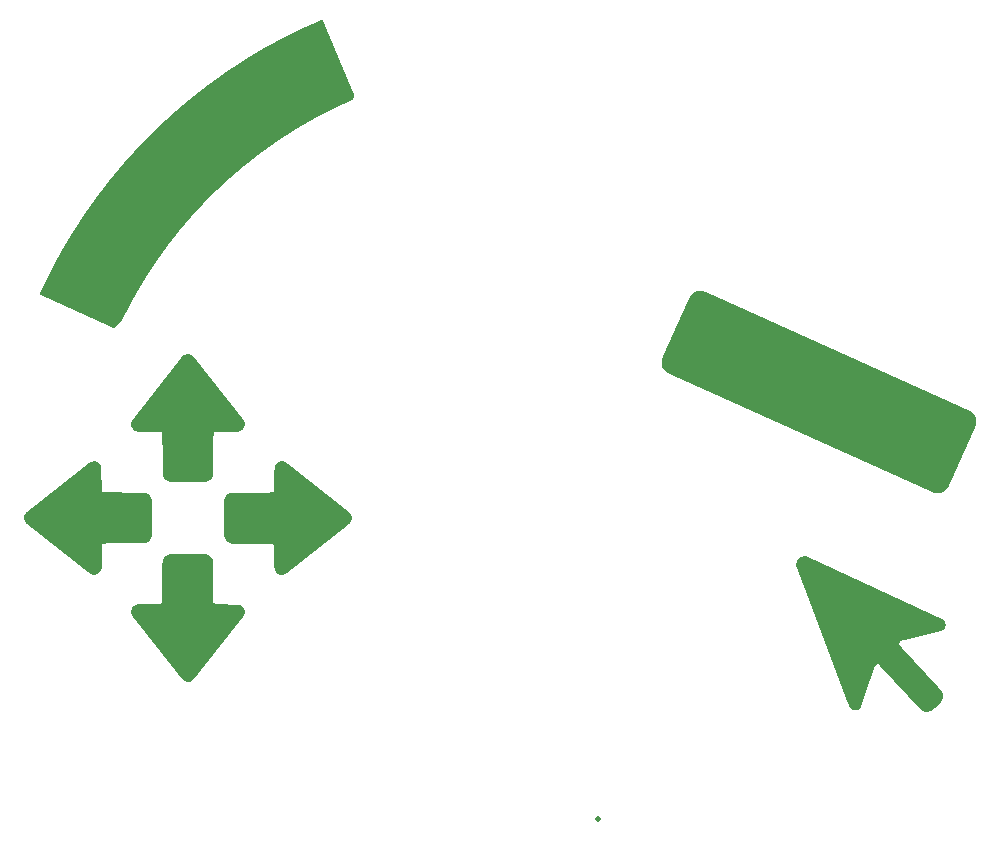
<source format=gbp>
G04 Layer: BottomPasteMaskLayer*
G04 EasyEDA v6.5.50, 2025-08-14 22:33:42*
G04 e75713753cb845a6aa3ca86cf9a0bac9,7f6f5378126b4d5b8a4b95b5ffd06442,10*
G04 Gerber Generator version 0.2*
G04 Scale: 100 percent, Rotated: No, Reflected: No *
G04 Dimensions in millimeters *
G04 leading zeros omitted , absolute positions ,4 integer and 5 decimal *
%FSLAX45Y45*%
%MOMM*%

%AMMACRO1*4,1,39,13.3177,6.6608,13.221,6.3028,11.5595,5.5333,9.9356,4.6955,8.3493,3.7894,6.7695,2.7624,5.2545,1.6778,3.8044,0.5356,2.4191,-0.6642,1.0987,-1.9217,-0.1568,-3.2368,-1.3476,-4.6095,-2.4735,-6.0398,-3.5345,-7.5279,-4.5306,-9.0735,-5.4619,-10.6768,-6.3285,-12.3376,-7,-13.071,-13.3006,-10.206,-13.3177,-10.1719,-13.2541,-10.0277,-12.5839,-8.616,-11.5643,-6.683,-10.5685,-5.0133,-9.5163,-3.3986,-8.4075,-1.8391,-7.242,-0.3345,-6.0202,1.1151,-4.7416,2.5096,-3.4066,3.849,-2.0151,5.1335,-0.5669,6.3629,0.9378,7.5372,2.4991,8.6565,4.1169,9.7208,5.606,10.6156,7.3931,11.581,9.2234,12.4635,10.6245,13.071,13.3177,6.6608,0*%
%AMMACRO2*4,1,27,-9.5225,8.444,12.174,-1.3312,12.741,-1.5889,13.0058,-1.7653,13.1923,-1.979,13.3003,-2.2301,13.3299,-2.5183,13.2812,-2.8439,11.1017,-7.7194,10.9689,-8.0024,10.7946,-8.2533,10.5879,-8.4333,10.3486,-8.5424,10.0769,-8.5806,9.7728,-8.5478,-12.7194,1.559,-12.9942,1.7427,-13.1888,1.96,-13.2559,2.0812,-13.3299,2.3488,-13.3235,2.6499,-13.2038,3.048,-10.9254,8.0813,-10.7058,8.3344,-10.4415,8.4998,-10.1323,8.5775,-9.9014,8.5806,-9.5225,8.444,0*%
%AMMACRO3*4,1,37,5.8754,1.327,6.1237,1.2026,6.2398,1.0865,6.3229,0.8441,6.3047,0.5999,6.2516,0.4909,6.0576,0.299,5.6931,0.1869,2.4602,-0.5989,2.3823,-0.919,5.9917,-4.8302,6.0923,-5.1234,6.1038,-5.2676,6.0489,-5.551,5.8922,-5.8205,5.2565,-6.4145,4.9652,-6.5583,4.8194,-6.5884,4.5277,-6.5644,4.2356,-6.4284,0.5904,-2.5265,0.3096,-2.7491,-0.891,-6.2317,-1.0607,-6.4014,-1.2768,-6.465,-1.4021,-6.4683,-1.6223,-6.3955,-1.8019,-6.2168,-2.0343,-5.6535,-6.3229,5.7512,-6.3116,5.9745,-6.2641,6.1631,-6.1803,6.3173,-6.0601,6.4368,-5.9036,6.5219,-5.7107,6.5724,-5.4815,6.5884,5.8754,1.327,0*%
%AMMACRO4*4,1,40,-0.3597,4.7836,-0.2026,4.7187,0.1669,4.4472,5.1521,0.5123,5.2957,0.3688,5.402,0.0849,5.3871,-0.1826,5.3343,-0.3101,5.2511,-0.4336,4.9121,-0.7219,-0.1602,-4.7149,-0.3711,-4.8089,-0.7168,-4.7906,-0.8545,-4.733,-0.9686,-4.6431,-1.0591,-4.5208,-1.1262,-4.3663,-1.1578,-4.1412,-1.1578,-2.2658,-1.5215,-2.1615,-4.7939,-2.1615,-5.0487,-2.0574,-5.1525,-1.9814,-5.2408,-1.8894,-5.3707,-1.6577,-5.402,-1.4099,-5.402,1.4033,-5.3697,1.6562,-5.3099,1.7852,-5.1383,1.9861,-4.8976,2.1107,-4.7514,2.1444,-1.5172,2.1558,-1.1583,2.2634,-1.1403,4.3437,-1.0622,4.5153,-0.9328,4.6479,-0.7979,4.7411,-0.6574,4.7947,-0.5114,4.8089,-0.3597,4.7836,0*%
%AMMACRO5*4,1,34,0.3052,5.3267,0.4319,5.2428,4.6811,-0.1363,4.7928,-0.3801,4.8077,-0.5595,4.7476,-0.7937,4.6049,-0.9959,4.3917,-1.1249,4.2587,-1.1619,2.2378,-1.1619,2.1536,-1.5446,2.155,-4.4587,2.1339,-4.8348,2.0211,-5.0918,1.9377,-5.1951,1.8364,-5.2816,1.5794,-5.404,-1.4212,-5.4057,-1.6622,-5.3699,-1.9152,-5.2243,-2.0873,-4.9985,-2.1428,-4.8556,-2.163,-1.5957,-2.248,-1.1619,-4.2893,-1.1619,-4.5552,-1.051,-4.7438,-0.8282,-4.7989,-0.6959,-4.8077,-0.4125,-4.7612,-0.2615,-0.5393,5.1381,-0.3768,5.3023,-0.234,5.3663,0.042,5.4057,0.3052,5.3267,0*%
%AMMACRO6*4,1,37,0.754,4.7722,0.8878,4.6943,1.012,4.5758,1.1262,4.4166,1.1587,2.2078,1.5945,2.1637,4.6487,2.1533,4.8868,2.1266,5.1083,2.0163,5.1981,1.9396,5.3359,1.743,5.3839,1.6231,5.4076,0.8843,5.4034,-1.2888,5.385,-1.595,5.2785,-1.8296,5.113,-2.0064,5.0082,-2.0731,4.8887,-2.1254,4.6487,-2.1538,1.5945,-2.1538,1.1581,-2.1959,1.1581,-4.2589,1.0446,-4.551,0.8283,-4.7305,0.5816,-4.8093,0.4515,-4.8066,0.178,-4.7168,-5.2144,-0.4681,-5.3483,-0.2805,-5.4076,-0.0757,-5.3971,0.1623,-5.3577,0.2716,-5.2105,0.471,0.1205,4.6766,0.4568,4.8058,0.6103,4.8093,0.754,4.7722,0*%
%AMMACRO7*4,1,36,1.572,5.3947,1.7123,5.3457,1.8343,5.2779,2.0237,5.0861,2.14,4.8192,2.1511,1.3081,2.4163,1.1645,4.3819,1.1217,4.6274,0.9657,4.7885,0.6689,4.8088,0.5181,4.7886,0.3657,4.6279,0.0561,0.6468,-4.9855,0.454,-5.2203,0.2577,-5.3641,0.1802,-5.391,-0.0396,-5.4085,-0.2486,-5.3627,-0.3489,-5.3159,-0.5948,-5.0525,-4.7281,0.1837,-4.8088,0.3961,-4.8069,0.6473,-4.6926,0.9138,-4.4774,1.0896,-4.3319,1.1434,-2.416,1.1618,-2.1659,1.2835,-2.1659,4.2025,-2.1565,4.7946,-2.1178,4.9343,-1.9642,5.1813,-1.7321,5.3412,-1.5868,5.3884,1.169,5.4085,1.572,5.3947,0*%
%ADD10MACRO1*%
%ADD11MACRO2*%
%ADD12MACRO3*%
%ADD13MACRO4*%
%ADD14MACRO5*%
%ADD15MACRO6*%
%ADD16MACRO7*%
%ADD17C,0.5000*%
%ADD18C,0.0142*%

%LPD*%
D10*
G01*
X-2824297Y2918233D03*
D11*
G01*
X2439106Y1079298D03*
D12*
G01*
X2880818Y-973053D03*
D13*
G01*
X-2053473Y12217D03*
D14*
G01*
X-2901811Y858746D03*
D15*
G01*
X-3751120Y10596D03*
D16*
G01*
X-2900297Y-838121D03*
D17*
G01*
X571500Y-2540000D03*
M02*

</source>
